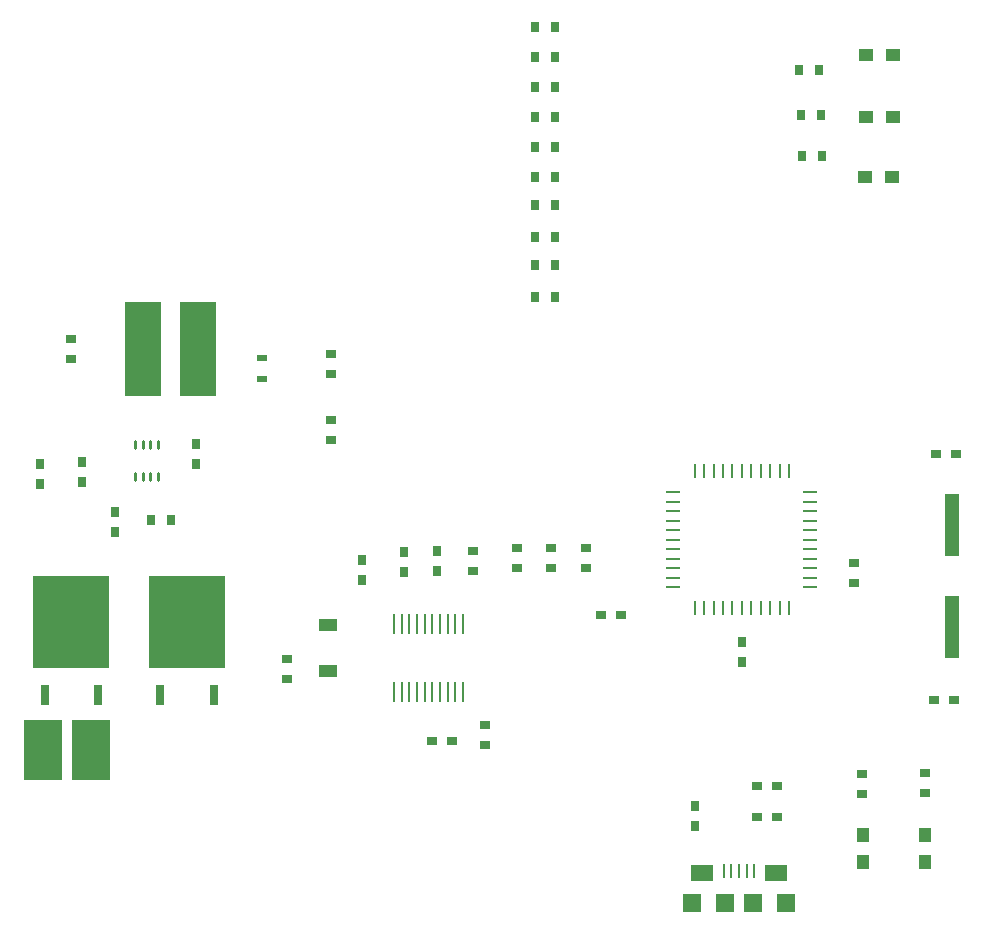
<source format=gbr>
G04 EAGLE Gerber RS-274X export*
G75*
%MOMM*%
%FSLAX34Y34*%
%LPD*%
%INSolderpaste Top*%
%IPPOS*%
%AMOC8*
5,1,8,0,0,1.08239X$1,22.5*%
G01*
%ADD10R,0.746000X0.846000*%
%ADD11R,0.846000X0.746000*%
%ADD12R,0.736600X1.752600*%
%ADD13R,6.451600X7.772400*%
%ADD14R,0.203200X1.778000*%
%ADD15R,3.251200X5.080000*%
%ADD16R,3.048000X7.950200*%
%ADD17R,0.250000X1.250000*%
%ADD18R,1.250000X0.250000*%
%ADD19R,0.200000X1.150000*%
%ADD20R,1.846000X1.346000*%
%ADD21R,1.546000X1.646000*%
%ADD22R,1.646000X1.646000*%
%ADD23R,1.246000X5.246000*%
%ADD24R,0.990600X1.143000*%
%ADD25C,0.225000*%
%ADD26R,1.143000X0.990600*%
%ADD27R,0.946000X0.546000*%
%ADD28R,1.546000X1.086000*%


D10*
X563880Y318380D03*
X563880Y301380D03*
X627380Y326000D03*
X627380Y309000D03*
X599440Y324730D03*
X599440Y307730D03*
D11*
X622690Y165100D03*
X639690Y165100D03*
D12*
X392790Y203835D03*
X437790Y203835D03*
D13*
X415290Y265938D03*
D12*
X295000Y203835D03*
X340000Y203835D03*
D13*
X317500Y265938D03*
D11*
X753110Y311540D03*
X753110Y328540D03*
X723900Y311540D03*
X723900Y328540D03*
X657860Y326000D03*
X657860Y309000D03*
X500380Y234560D03*
X500380Y217560D03*
X668020Y178680D03*
X668020Y161680D03*
D14*
X649010Y263652D03*
X642510Y263652D03*
X636010Y263652D03*
X629510Y263652D03*
X623010Y263652D03*
X616510Y263652D03*
X610010Y263652D03*
X603510Y263652D03*
X597010Y263652D03*
X590510Y263652D03*
X590510Y206248D03*
X597010Y206248D03*
X603510Y206248D03*
X610010Y206248D03*
X616510Y206248D03*
X623010Y206248D03*
X629510Y206248D03*
X636010Y206248D03*
X642510Y206248D03*
X649010Y206248D03*
D11*
X694690Y328540D03*
X694690Y311540D03*
D15*
X293116Y157480D03*
X334264Y157480D03*
D10*
X290830Y382660D03*
X290830Y399660D03*
X422910Y399170D03*
X422910Y416170D03*
X326390Y400930D03*
X326390Y383930D03*
X354330Y342020D03*
X354330Y359020D03*
D16*
X377825Y496570D03*
X424815Y496570D03*
D11*
X317500Y488070D03*
X317500Y505070D03*
D17*
X845190Y277280D03*
X853190Y277280D03*
X861190Y277280D03*
X869190Y277280D03*
X877190Y277280D03*
X885190Y277280D03*
X893190Y277280D03*
X901190Y277280D03*
X909190Y277280D03*
X917190Y277280D03*
X925190Y277280D03*
D18*
X943190Y295280D03*
X943190Y303280D03*
X943190Y311280D03*
X943190Y319280D03*
X943190Y327280D03*
X943190Y335280D03*
X943190Y343280D03*
X943190Y351280D03*
X943190Y359280D03*
X943190Y367280D03*
X943190Y375280D03*
D17*
X925190Y393280D03*
X917190Y393280D03*
X909190Y393280D03*
X901190Y393280D03*
X893190Y393280D03*
X885190Y393280D03*
X877190Y393280D03*
X869190Y393280D03*
X861190Y393280D03*
X853190Y393280D03*
X845190Y393280D03*
D18*
X827190Y375280D03*
X827190Y367280D03*
X827190Y359280D03*
X827190Y351280D03*
X827190Y343280D03*
X827190Y335280D03*
X827190Y327280D03*
X827190Y319280D03*
X827190Y311280D03*
X827190Y303280D03*
X827190Y295280D03*
D11*
X537210Y419490D03*
X537210Y436490D03*
X537210Y475370D03*
X537210Y492370D03*
D19*
X869650Y54450D03*
X876150Y54450D03*
X882650Y54450D03*
X889150Y54450D03*
X895650Y54450D03*
D20*
X851650Y53200D03*
X913650Y53200D03*
D21*
X842650Y27700D03*
X922650Y27700D03*
D22*
X870650Y27700D03*
X894650Y27700D03*
D23*
X1062990Y261800D03*
X1062990Y347800D03*
D11*
X1066410Y407670D03*
X1049410Y407670D03*
X1065140Y199390D03*
X1048140Y199390D03*
X766200Y271780D03*
X783200Y271780D03*
X980440Y298840D03*
X980440Y315840D03*
D10*
X845820Y110100D03*
X845820Y93100D03*
X885190Y231530D03*
X885190Y248530D03*
X710320Y769620D03*
X727320Y769620D03*
X710320Y744220D03*
X727320Y744220D03*
X710320Y718820D03*
X727320Y718820D03*
X710320Y693420D03*
X727320Y693420D03*
X710320Y668020D03*
X727320Y668020D03*
X710320Y642620D03*
X727320Y642620D03*
X710320Y618490D03*
X727320Y618490D03*
X710320Y591820D03*
X727320Y591820D03*
X710320Y567690D03*
X727320Y567690D03*
X710320Y541020D03*
X727320Y541020D03*
D11*
X986790Y136770D03*
X986790Y119770D03*
X1040130Y138040D03*
X1040130Y121040D03*
D24*
X988060Y85090D03*
X988060Y62230D03*
X1040130Y85090D03*
X1040130Y62230D03*
D25*
X390750Y413090D02*
X390750Y419090D01*
X384250Y419090D02*
X384250Y413090D01*
X377750Y413090D02*
X377750Y419090D01*
X371250Y419090D02*
X371250Y413090D01*
X371250Y392090D02*
X371250Y386090D01*
X377750Y386090D02*
X377750Y392090D01*
X384250Y392090D02*
X384250Y386090D01*
X390750Y386090D02*
X390750Y392090D01*
D10*
X402200Y351790D03*
X385200Y351790D03*
X936380Y660400D03*
X953380Y660400D03*
X935110Y694690D03*
X952110Y694690D03*
X933840Y732790D03*
X950840Y732790D03*
D26*
X990600Y745490D03*
X1013460Y745490D03*
X990600Y693420D03*
X1013460Y693420D03*
X989330Y642620D03*
X1012190Y642620D03*
D11*
X915280Y127000D03*
X898280Y127000D03*
X915280Y100330D03*
X898280Y100330D03*
D27*
X478790Y471060D03*
X478790Y489060D03*
D28*
X534670Y263140D03*
X534670Y224540D03*
M02*

</source>
